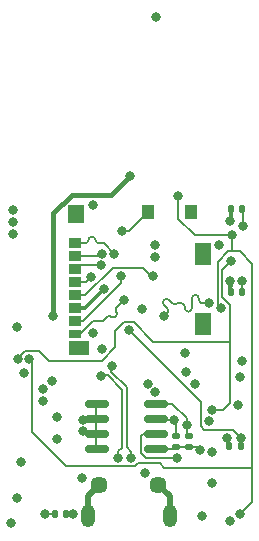
<source format=gbl>
%TF.GenerationSoftware,KiCad,Pcbnew,6.0.6*%
%TF.CreationDate,2022-08-23T18:22:02-07:00*%
%TF.ProjectId,SDWire,53445769-7265-42e6-9b69-6361645f7063,1.4 r1*%
%TF.SameCoordinates,Original*%
%TF.FileFunction,Copper,L4,Bot*%
%TF.FilePolarity,Positive*%
%FSLAX46Y46*%
G04 Gerber Fmt 4.6, Leading zero omitted, Abs format (unit mm)*
G04 Created by KiCad (PCBNEW 6.0.6) date 2022-08-23 18:22:02*
%MOMM*%
%LPD*%
G01*
G04 APERTURE LIST*
G04 Aperture macros list*
%AMRoundRect*
0 Rectangle with rounded corners*
0 $1 Rounding radius*
0 $2 $3 $4 $5 $6 $7 $8 $9 X,Y pos of 4 corners*
0 Add a 4 corners polygon primitive as box body*
4,1,4,$2,$3,$4,$5,$6,$7,$8,$9,$2,$3,0*
0 Add four circle primitives for the rounded corners*
1,1,$1+$1,$2,$3*
1,1,$1+$1,$4,$5*
1,1,$1+$1,$6,$7*
1,1,$1+$1,$8,$9*
0 Add four rect primitives between the rounded corners*
20,1,$1+$1,$2,$3,$4,$5,0*
20,1,$1+$1,$4,$5,$6,$7,0*
20,1,$1+$1,$6,$7,$8,$9,0*
20,1,$1+$1,$8,$9,$2,$3,0*%
G04 Aperture macros list end*
%TA.AperFunction,ComponentPad*%
%ADD10C,1.450000*%
%TD*%
%TA.AperFunction,ComponentPad*%
%ADD11O,1.200000X1.900000*%
%TD*%
%TA.AperFunction,ComponentPad*%
%ADD12C,0.800000*%
%TD*%
%TA.AperFunction,SMDPad,CuDef*%
%ADD13R,1.100000X0.850000*%
%TD*%
%TA.AperFunction,SMDPad,CuDef*%
%ADD14R,1.100000X0.750000*%
%TD*%
%TA.AperFunction,SMDPad,CuDef*%
%ADD15R,1.000000X1.200000*%
%TD*%
%TA.AperFunction,SMDPad,CuDef*%
%ADD16R,1.800000X1.170000*%
%TD*%
%TA.AperFunction,SMDPad,CuDef*%
%ADD17R,1.350000X1.550000*%
%TD*%
%TA.AperFunction,SMDPad,CuDef*%
%ADD18R,1.350000X1.900000*%
%TD*%
%TA.AperFunction,SMDPad,CuDef*%
%ADD19RoundRect,0.147500X-0.147500X-0.172500X0.147500X-0.172500X0.147500X0.172500X-0.147500X0.172500X0*%
%TD*%
%TA.AperFunction,SMDPad,CuDef*%
%ADD20RoundRect,0.147500X0.147500X0.172500X-0.147500X0.172500X-0.147500X-0.172500X0.147500X-0.172500X0*%
%TD*%
%TA.AperFunction,SMDPad,CuDef*%
%ADD21RoundRect,0.147500X0.172500X-0.147500X0.172500X0.147500X-0.172500X0.147500X-0.172500X-0.147500X0*%
%TD*%
%TA.AperFunction,SMDPad,CuDef*%
%ADD22RoundRect,0.150000X-0.825000X-0.150000X0.825000X-0.150000X0.825000X0.150000X-0.825000X0.150000X0*%
%TD*%
%TA.AperFunction,ViaPad*%
%ADD23C,0.800000*%
%TD*%
%TA.AperFunction,Conductor*%
%ADD24C,0.200000*%
%TD*%
%TA.AperFunction,Conductor*%
%ADD25C,0.300000*%
%TD*%
%TA.AperFunction,Conductor*%
%ADD26C,0.500000*%
%TD*%
%TA.AperFunction,Conductor*%
%ADD27C,0.400000*%
%TD*%
G04 APERTURE END LIST*
D10*
X144700000Y-128941100D03*
X149700000Y-128941100D03*
D11*
X150700000Y-131641100D03*
X143700000Y-131641100D03*
D12*
X145100000Y-112400000D03*
X137400000Y-105700000D03*
X137400000Y-106700000D03*
X137400000Y-107700000D03*
X144200000Y-105300000D03*
X143300000Y-123500000D03*
X143300000Y-124400000D03*
X143200000Y-128400000D03*
X148590000Y-127965200D03*
X151300000Y-126700000D03*
X154200000Y-126200000D03*
X154200000Y-128800000D03*
X153400000Y-131600000D03*
X152800000Y-120400000D03*
X152000000Y-119400000D03*
X149400000Y-121100000D03*
X148800000Y-120400000D03*
X137720000Y-115620000D03*
X151993600Y-117805200D03*
X137210800Y-132232400D03*
D13*
X142632000Y-108528000D03*
X142632000Y-109628000D03*
X142632000Y-110728000D03*
X142632000Y-111828000D03*
X142632000Y-112928000D03*
X142632000Y-114028000D03*
X142632000Y-115128000D03*
D14*
X142632000Y-116178000D03*
D15*
X148782000Y-105893000D03*
X152482000Y-105893000D03*
D16*
X142982000Y-117388000D03*
D17*
X142757000Y-106068000D03*
D18*
X153457000Y-115363000D03*
X153457000Y-109393000D03*
D19*
X140915000Y-131400000D03*
X141885000Y-131400000D03*
D20*
X156785000Y-112600000D03*
X155815000Y-112600000D03*
X156785000Y-105600000D03*
X155815000Y-105600000D03*
D19*
X155715000Y-125679200D03*
X156685000Y-125679200D03*
D21*
X151200000Y-125785000D03*
X151200000Y-124815000D03*
D22*
X144525000Y-125905000D03*
X144525000Y-124635000D03*
X144525000Y-123365000D03*
X144525000Y-122095000D03*
X149475000Y-122095000D03*
X149475000Y-123365000D03*
X149475000Y-124635000D03*
X149475000Y-125905000D03*
D21*
X152300000Y-125770000D03*
X152300000Y-124800000D03*
D23*
X149500000Y-89400000D03*
X154800000Y-108700000D03*
X144170400Y-116078000D03*
X149400000Y-108700000D03*
X156427624Y-122203606D03*
X138300000Y-119500000D03*
X138047300Y-127000000D03*
X137700000Y-130100000D03*
X141100000Y-125100000D03*
X140652710Y-120200010D03*
X141126371Y-123255226D03*
X156644968Y-119800000D03*
X154000000Y-123600000D03*
X144951364Y-117459998D03*
X148300000Y-114040002D03*
X156800000Y-118500000D03*
X153200000Y-126000000D03*
X139900000Y-121900000D03*
X155800000Y-106600000D03*
X155800000Y-132000000D03*
X139918535Y-120864156D03*
X155800000Y-111700000D03*
X149400000Y-109700000D03*
X144018000Y-111353600D03*
X155510106Y-124984694D03*
X147225521Y-115901471D03*
X156667200Y-124968000D03*
X140800000Y-114650096D03*
X147300000Y-102800000D03*
X146500000Y-111300000D03*
X142450000Y-131400000D03*
X144877814Y-119712151D03*
X146300058Y-126700000D03*
X145800000Y-118900000D03*
X147400016Y-126700000D03*
X155000000Y-114000000D03*
X151400000Y-104500000D03*
X138772656Y-118300005D03*
X156640042Y-131400000D03*
X155909930Y-107800000D03*
X154000000Y-113600000D03*
X150200000Y-114700000D03*
X155853956Y-110027565D03*
X137782706Y-118310087D03*
X154200000Y-122625002D03*
X140100000Y-131400000D03*
X156800000Y-111700000D03*
X156870400Y-107035600D03*
X151057012Y-123490002D03*
X152114054Y-123911755D03*
X145948400Y-109423200D03*
X144933873Y-109400211D03*
X144830800Y-110388400D03*
X149200000Y-111325000D03*
X146800000Y-113300000D03*
X146610498Y-107442000D03*
D24*
X142632000Y-115128000D02*
X143291600Y-115128000D01*
X146500000Y-111919600D02*
X146500000Y-111300000D01*
X143291600Y-115128000D02*
X146500000Y-111919600D01*
X146134445Y-113965551D02*
X146134446Y-113965550D01*
X143029000Y-116178000D02*
X144145000Y-115062000D01*
X146054167Y-114733800D02*
X146134447Y-114653519D01*
X146134447Y-114309535D02*
X146134446Y-114309534D01*
X145710182Y-114733800D02*
G75*
G03*
X145366200Y-114733800I-171991J-171991D01*
G01*
X145710182Y-114733800D02*
X145710183Y-114733800D01*
X146054166Y-114733801D02*
X146054167Y-114733800D01*
X146134403Y-113965509D02*
G75*
G03*
X146134446Y-114309534I171997J-171991D01*
G01*
X145038000Y-115062000D02*
X145366200Y-114733800D01*
X144145000Y-115062000D02*
X145038000Y-115062000D01*
X142632000Y-116178000D02*
X143029000Y-116178000D01*
X146134474Y-114309508D02*
G75*
G02*
X146134447Y-114653519I-171974J-171992D01*
G01*
X146054190Y-114733825D02*
G75*
G02*
X145710184Y-114733799I-171990J172025D01*
G01*
X146134446Y-113965550D02*
X146800000Y-113300000D01*
X144373200Y-108241978D02*
G75*
G03*
X144659200Y-108528000I286000J-22D01*
G01*
X144087156Y-107956022D02*
G75*
G02*
X144373178Y-108241978I44J-285978D01*
G01*
X143773156Y-108241978D02*
G75*
G02*
X144059200Y-107955956I286044J-22D01*
G01*
X145053200Y-108528000D02*
X144659200Y-108528000D01*
X143487156Y-108527978D02*
G75*
G03*
X143773178Y-108241978I44J285978D01*
G01*
X145948400Y-109423200D02*
X145053200Y-108528000D01*
X144087156Y-107955956D02*
X144059200Y-107955956D01*
X143487156Y-108528000D02*
X143459200Y-108528000D01*
X143459200Y-108528000D02*
X142632000Y-108528000D01*
X153426800Y-113600000D02*
G75*
G02*
X153126800Y-113300000I0J300000D01*
G01*
X152526800Y-114003855D02*
X152526800Y-113900000D01*
X153126755Y-113196145D02*
G75*
G03*
X152826800Y-112896145I-299955J45D01*
G01*
X150200000Y-114700000D02*
X150451470Y-114448527D01*
X152526755Y-114003855D02*
G75*
G02*
X152226800Y-114303855I-299955J-45D01*
G01*
X150592892Y-113317157D02*
X150875735Y-113600000D01*
X150592891Y-113317158D02*
G75*
G03*
X150168629Y-113317158I-212131J-212131D01*
G01*
X150451465Y-114024268D02*
G75*
G02*
X150451470Y-114448527I-212165J-212132D01*
G01*
X152226800Y-114303900D02*
G75*
G02*
X151926800Y-114003855I0J300000D01*
G01*
X150875735Y-113600000D02*
X150875734Y-113600000D01*
X151300000Y-113600000D02*
G75*
G02*
X150875734Y-113600000I-212133J212134D01*
G01*
X153426800Y-113600000D02*
X154000000Y-113600000D01*
X150451470Y-114024263D02*
X150168628Y-113741421D01*
X152826800Y-112896100D02*
G75*
G03*
X152526800Y-113196145I0J-300000D01*
G01*
X151926800Y-113900000D02*
G75*
G03*
X151626800Y-113600000I-300000J0D01*
G01*
X150168639Y-113317168D02*
G75*
G03*
X150168628Y-113741421I212161J-212132D01*
G01*
X151300000Y-113600000D02*
X151626800Y-113600000D01*
X151926800Y-113900000D02*
X151926800Y-114003855D01*
X152526800Y-113900000D02*
X152526800Y-113196145D01*
X153126800Y-113196145D02*
X153126800Y-113300000D01*
X143535000Y-124635000D02*
X143300000Y-124400000D01*
D25*
X145100000Y-112400000D02*
X143472000Y-114028000D01*
D24*
X148415000Y-124635000D02*
X149475000Y-124635000D01*
X151300000Y-126700000D02*
X148671000Y-126700000D01*
X148209000Y-124841000D02*
X148415000Y-124635000D01*
X144290000Y-123500000D02*
X144425000Y-123365000D01*
X148671000Y-126700000D02*
X148209000Y-126238000D01*
X144425000Y-124635000D02*
X143535000Y-124635000D01*
X144425000Y-123365000D02*
X144425000Y-124635000D01*
X149575000Y-124635000D02*
X148600000Y-124635000D01*
X148209000Y-126238000D02*
X148209000Y-124841000D01*
X143300000Y-123500000D02*
X144290000Y-123500000D01*
X144425000Y-124635000D02*
X144425000Y-125905000D01*
D25*
X143472000Y-114028000D02*
X142632000Y-114028000D01*
D24*
X144425000Y-122095000D02*
X144425000Y-123365000D01*
D26*
X143700000Y-129941100D02*
X144700000Y-128941100D01*
X150700000Y-129941100D02*
X149700000Y-128941100D01*
X150700000Y-131641100D02*
X150700000Y-129941100D01*
X143700000Y-129941100D02*
X143700000Y-131641100D01*
D25*
X155850000Y-112150000D02*
X155800000Y-112100000D01*
D24*
X149575000Y-125905000D02*
X151080000Y-125905000D01*
X151200000Y-125785000D02*
X152285000Y-125785000D01*
D25*
X155815000Y-106585000D02*
X155800000Y-106600000D01*
D24*
X152300000Y-125770000D02*
X152970000Y-125770000D01*
D25*
X155800000Y-112265685D02*
X155800000Y-111700000D01*
X155800000Y-112750000D02*
X155800000Y-112265685D01*
X155815000Y-105600000D02*
X155815000Y-106585000D01*
D24*
X152970000Y-125770000D02*
X153200000Y-126000000D01*
X152285000Y-125785000D02*
X152300000Y-125770000D01*
D25*
X155800000Y-112100000D02*
X155800000Y-111700000D01*
D24*
X151080000Y-125905000D02*
X151200000Y-125785000D01*
X143543600Y-111828000D02*
X144018000Y-111353600D01*
X142632000Y-111828000D02*
X143543600Y-111828000D01*
X155715000Y-125189588D02*
X155510106Y-124984694D01*
X155715000Y-125679200D02*
X155715000Y-125189588D01*
X156667200Y-124968000D02*
X155993893Y-124294693D01*
X153309999Y-124009999D02*
X153309999Y-121985949D01*
X153594693Y-124294693D02*
X153309999Y-124009999D01*
X153309999Y-121985949D02*
X147225521Y-115901471D01*
X155993893Y-124294693D02*
X153594693Y-124294693D01*
X156685000Y-125679200D02*
X156685000Y-124985800D01*
X156685000Y-124985800D02*
X156667200Y-124968000D01*
D27*
X145706000Y-104394000D02*
X147300000Y-102800000D01*
X140800000Y-114650096D02*
X140800000Y-105961000D01*
X142367000Y-104394000D02*
X145706000Y-104394000D01*
X140800000Y-105961000D02*
X142367000Y-104394000D01*
D24*
X141950000Y-131400000D02*
X142450000Y-131400000D01*
X146600000Y-125834373D02*
X146600000Y-120900000D01*
X145400000Y-119700000D02*
X144889965Y-119700000D01*
X144889965Y-119700000D02*
X144877814Y-119712151D01*
X146300058Y-126700000D02*
X146300058Y-126134315D01*
X146600000Y-120900000D02*
X145400000Y-119700000D01*
X146300058Y-126134315D02*
X146600000Y-125834373D01*
X147400016Y-126200016D02*
X147400016Y-126700000D01*
X145700000Y-119400000D02*
X147000000Y-120700000D01*
X147000000Y-125800000D02*
X147400016Y-126200016D01*
X147000000Y-120700000D02*
X147000000Y-125800000D01*
X145700000Y-118900000D02*
X145700000Y-119400000D01*
X141884400Y-127406400D02*
X147726400Y-127406400D01*
X147980400Y-127152400D02*
X149809200Y-127152400D01*
X156640042Y-131400000D02*
X157600000Y-130440040D01*
X157600000Y-127501000D02*
X157600000Y-130440040D01*
X155590001Y-109209999D02*
X155945999Y-109209999D01*
X155909930Y-107800000D02*
X155909930Y-109173930D01*
X138772656Y-118300005D02*
X138990000Y-118517349D01*
X155590001Y-109209999D02*
X154709989Y-110090011D01*
X155909930Y-107800000D02*
X152758000Y-107800000D01*
X157600000Y-110229000D02*
X157600000Y-127501000D01*
X138990000Y-118517349D02*
X138990000Y-124512000D01*
X152758000Y-107800000D02*
X151400000Y-106442000D01*
X154709989Y-113709989D02*
X155000000Y-114000000D01*
X155909930Y-109173930D02*
X155945999Y-109209999D01*
X150157800Y-127501000D02*
X157600000Y-127501000D01*
X151400000Y-106442000D02*
X151400000Y-104500000D01*
X156580999Y-109209999D02*
X157600000Y-110229000D01*
X138990000Y-124512000D02*
X141884400Y-127406400D01*
X154709989Y-110090011D02*
X154709989Y-113709989D01*
X149809200Y-127152400D02*
X150157800Y-127501000D01*
X147726400Y-127406400D02*
X147980400Y-127152400D01*
X155945999Y-109209999D02*
X156580999Y-109209999D01*
X146790980Y-115210020D02*
X147610020Y-115210020D01*
X140462000Y-118491000D02*
X144896170Y-118491000D01*
X146050000Y-117337170D02*
X146050000Y-115951000D01*
X155750002Y-113750002D02*
X155750002Y-116791998D01*
X137782706Y-118217294D02*
X138398000Y-117602000D01*
X155750002Y-122049998D02*
X155174998Y-122625002D01*
X155853956Y-110027565D02*
X155099999Y-110781522D01*
X155099999Y-113099999D02*
X155750002Y-113750002D01*
X155174998Y-122625002D02*
X154200000Y-122625002D01*
X147610020Y-115210020D02*
X149240000Y-116840000D01*
X155099999Y-110781522D02*
X155099999Y-113099999D01*
X149240000Y-116840000D02*
X155702000Y-116840000D01*
X155702000Y-116840000D02*
X155750002Y-116791998D01*
X139573000Y-117602000D02*
X140462000Y-118491000D01*
X137782706Y-118310087D02*
X137782706Y-118217294D01*
X146050000Y-115951000D02*
X146790980Y-115210020D01*
X144896170Y-118491000D02*
X146050000Y-117337170D01*
X155750002Y-116791998D02*
X155750002Y-122049998D01*
X138398000Y-117602000D02*
X139573000Y-117602000D01*
X140850000Y-131400000D02*
X140100000Y-131400000D01*
X156800000Y-112750000D02*
X156800000Y-111700000D01*
X156850000Y-105600000D02*
X156850000Y-107015200D01*
X156850000Y-107015200D02*
X156870400Y-107035600D01*
X151200000Y-124815000D02*
X151200000Y-123632990D01*
X151057012Y-123490002D02*
X149700002Y-123490002D01*
X149700002Y-123490002D02*
X149575000Y-123365000D01*
X151200000Y-123632990D02*
X151057012Y-123490002D01*
X152114054Y-123911755D02*
X152114054Y-124614054D01*
X150862984Y-122095000D02*
X152114054Y-123346070D01*
X152114054Y-124614054D02*
X152300000Y-124800000D01*
X152114054Y-123346070D02*
X152114054Y-123911755D01*
X149575000Y-122095000D02*
X150862984Y-122095000D01*
X144706084Y-109628000D02*
X144933873Y-109400211D01*
X142632000Y-109628000D02*
X144706084Y-109628000D01*
X142632000Y-110728000D02*
X142971600Y-110388400D01*
X142971600Y-110388400D02*
X144830800Y-110388400D01*
X142632000Y-112928000D02*
X143485000Y-112928000D01*
X148400002Y-110600000D02*
X149100002Y-111300000D01*
X145813000Y-110600000D02*
X148400002Y-110600000D01*
X143485000Y-112928000D02*
X145813000Y-110600000D01*
X146610498Y-107442000D02*
X147233000Y-107442000D01*
X147233000Y-107442000D02*
X148782000Y-105893000D01*
M02*

</source>
